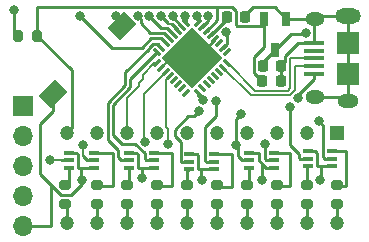
<source format=gbr>
%TF.GenerationSoftware,KiCad,Pcbnew,7.0.9*%
%TF.CreationDate,2024-08-09T11:55:52-06:00*%
%TF.ProjectId,SWAG_BAR_LED_ARM,53574147-5f42-4415-925f-4c45445f4152,rev?*%
%TF.SameCoordinates,Original*%
%TF.FileFunction,Copper,L1,Top*%
%TF.FilePolarity,Positive*%
%FSLAX46Y46*%
G04 Gerber Fmt 4.6, Leading zero omitted, Abs format (unit mm)*
G04 Created by KiCad (PCBNEW 7.0.9) date 2024-08-09 11:55:52*
%MOMM*%
%LPD*%
G01*
G04 APERTURE LIST*
G04 Aperture macros list*
%AMRoundRect*
0 Rectangle with rounded corners*
0 $1 Rounding radius*
0 $2 $3 $4 $5 $6 $7 $8 $9 X,Y pos of 4 corners*
0 Add a 4 corners polygon primitive as box body*
4,1,4,$2,$3,$4,$5,$6,$7,$8,$9,$2,$3,0*
0 Add four circle primitives for the rounded corners*
1,1,$1+$1,$2,$3*
1,1,$1+$1,$4,$5*
1,1,$1+$1,$6,$7*
1,1,$1+$1,$8,$9*
0 Add four rect primitives between the rounded corners*
20,1,$1+$1,$2,$3,$4,$5,0*
20,1,$1+$1,$4,$5,$6,$7,0*
20,1,$1+$1,$6,$7,$8,$9,0*
20,1,$1+$1,$8,$9,$2,$3,0*%
%AMRotRect*
0 Rectangle, with rotation*
0 The origin of the aperture is its center*
0 $1 length*
0 $2 width*
0 $3 Rotation angle, in degrees counterclockwise*
0 Add horizontal line*
21,1,$1,$2,0,0,$3*%
G04 Aperture macros list end*
%TA.AperFunction,SMDPad,CuDef*%
%ADD10RoundRect,0.225000X-0.225000X-0.250000X0.225000X-0.250000X0.225000X0.250000X-0.225000X0.250000X0*%
%TD*%
%TA.AperFunction,SMDPad,CuDef*%
%ADD11RoundRect,0.200000X0.200000X0.275000X-0.200000X0.275000X-0.200000X-0.275000X0.200000X-0.275000X0*%
%TD*%
%TA.AperFunction,SMDPad,CuDef*%
%ADD12R,1.750000X0.450000*%
%TD*%
%TA.AperFunction,ComponentPad*%
%ADD13O,1.800000X1.150000*%
%TD*%
%TA.AperFunction,ComponentPad*%
%ADD14O,1.600000X1.200000*%
%TD*%
%TA.AperFunction,SMDPad,CuDef*%
%ADD15R,1.900000X1.900000*%
%TD*%
%TA.AperFunction,ComponentPad*%
%ADD16O,2.200000X1.300000*%
%TD*%
%TA.AperFunction,SMDPad,CuDef*%
%ADD17R,0.838200X0.355600*%
%TD*%
%TA.AperFunction,SMDPad,CuDef*%
%ADD18RoundRect,0.200000X0.275000X-0.200000X0.275000X0.200000X-0.275000X0.200000X-0.275000X-0.200000X0*%
%TD*%
%TA.AperFunction,SMDPad,CuDef*%
%ADD19RoundRect,0.062500X-0.282843X0.194454X0.194454X-0.282843X0.282843X-0.194454X-0.194454X0.282843X0*%
%TD*%
%TA.AperFunction,SMDPad,CuDef*%
%ADD20RoundRect,0.062500X-0.282843X-0.194454X-0.194454X-0.282843X0.282843X0.194454X0.194454X0.282843X0*%
%TD*%
%TA.AperFunction,SMDPad,CuDef*%
%ADD21RotRect,3.600000X3.600000X315.000000*%
%TD*%
%TA.AperFunction,ComponentPad*%
%ADD22R,1.700000X1.700000*%
%TD*%
%TA.AperFunction,ComponentPad*%
%ADD23O,1.700000X1.700000*%
%TD*%
%TA.AperFunction,SMDPad,CuDef*%
%ADD24RotRect,2.006600X1.498600X225.000000*%
%TD*%
%TA.AperFunction,SMDPad,CuDef*%
%ADD25R,0.650000X1.220000*%
%TD*%
%TA.AperFunction,ComponentPad*%
%ADD26R,1.200000X1.200000*%
%TD*%
%TA.AperFunction,ComponentPad*%
%ADD27C,1.200000*%
%TD*%
%TA.AperFunction,ViaPad*%
%ADD28C,0.800000*%
%TD*%
%TA.AperFunction,Conductor*%
%ADD29C,0.250000*%
%TD*%
%TA.AperFunction,Conductor*%
%ADD30C,0.200000*%
%TD*%
G04 APERTURE END LIST*
D10*
%TO.P,C1,1*%
%TO.N,+5V*%
X98806000Y-94386400D03*
%TO.P,C1,2*%
%TO.N,GND*%
X100356000Y-94386400D03*
%TD*%
D11*
%TO.P,R12,1*%
%TO.N,+3V3*%
X79666600Y-91846400D03*
%TO.P,R12,2*%
%TO.N,/SWCLK*%
X78016600Y-91846400D03*
%TD*%
D12*
%TO.P,J3,1,VBUS*%
%TO.N,+5V*%
X103129000Y-95026000D03*
%TO.P,J3,2,D-*%
%TO.N,/D-*%
X103129000Y-94376000D03*
%TO.P,J3,3,D+*%
%TO.N,/D+*%
X103129000Y-93726000D03*
%TO.P,J3,4,ID*%
%TO.N,unconnected-(J3-ID-Pad4)*%
X103129000Y-93076000D03*
%TO.P,J3,5,GND*%
%TO.N,GND*%
X103129000Y-92426000D03*
D13*
%TO.P,J3,6,Shield*%
X105979000Y-97326000D03*
D14*
X103179000Y-97026000D03*
D15*
X105979000Y-95026000D03*
X105979000Y-92426000D03*
D14*
X103179000Y-90426000D03*
D16*
X105979000Y-90126000D03*
%TD*%
D17*
%TO.P,U9,1,SOURCE1*%
%TO.N,GND*%
X84480400Y-103011999D03*
%TO.P,U9,2,GATE1*%
%TO.N,/Sig_L9*%
X84480400Y-102362000D03*
%TO.P,U9,3,DRAIN2*%
%TO.N,Net-(U9-DRAIN2)*%
X84480400Y-101712001D03*
%TO.P,U9,4,SOURCE2*%
%TO.N,GND*%
X82397600Y-101712001D03*
%TO.P,U9,5,GATE2*%
%TO.N,/Sig_L8*%
X82397600Y-102362000D03*
%TO.P,U9,6,DRAIN1*%
%TO.N,Net-(U9-DRAIN1)*%
X82397600Y-103011999D03*
%TD*%
%TO.P,U4,1,SOURCE1*%
%TO.N,GND*%
X99720400Y-103011999D03*
%TO.P,U4,2,GATE1*%
%TO.N,/Sig_L3*%
X99720400Y-102362000D03*
%TO.P,U4,3,DRAIN2*%
%TO.N,Net-(U4-DRAIN2)*%
X99720400Y-101712001D03*
%TO.P,U4,4,SOURCE2*%
%TO.N,GND*%
X97637600Y-101712001D03*
%TO.P,U4,5,GATE2*%
%TO.N,/Sig_L2*%
X97637600Y-102362000D03*
%TO.P,U4,6,DRAIN1*%
%TO.N,Net-(U4-DRAIN1)*%
X97637600Y-103011999D03*
%TD*%
D18*
%TO.P,R2,1*%
%TO.N,/L6*%
X89789000Y-106108000D03*
%TO.P,R2,2*%
%TO.N,Net-(U10-DRAIN2)*%
X89789000Y-104458000D03*
%TD*%
D10*
%TO.P,C3,1*%
%TO.N,Net-(U5-VDDCORE)*%
X95745000Y-90220800D03*
%TO.P,C3,2*%
%TO.N,GND*%
X97295000Y-90220800D03*
%TD*%
D18*
%TO.P,R7,1*%
%TO.N,/L9*%
X82042000Y-106108000D03*
%TO.P,R7,2*%
%TO.N,Net-(U9-DRAIN1)*%
X82042000Y-104458000D03*
%TD*%
%TO.P,R10,1*%
%TO.N,/L1*%
X102489000Y-106108000D03*
%TO.P,R10,2*%
%TO.N,Net-(U2-DRAIN1)*%
X102489000Y-104458000D03*
%TD*%
D19*
%TO.P,U5,1,PA00*%
%TO.N,/Sig_L0*%
X92316625Y-90705352D03*
%TO.P,U5,2,PA01*%
%TO.N,/Sig_L1*%
X91963072Y-91058905D03*
%TO.P,U5,3,PA02*%
%TO.N,/Sig_L2*%
X91609518Y-91412458D03*
%TO.P,U5,4,PA03*%
%TO.N,/Sig_L3*%
X91255965Y-91766012D03*
%TO.P,U5,5,PA04*%
%TO.N,/Sig_L4*%
X90902412Y-92119565D03*
%TO.P,U5,6,PA05*%
%TO.N,/Sig_L5*%
X90548858Y-92473118D03*
%TO.P,U5,7,PA06*%
%TO.N,/Sig_L6*%
X90195305Y-92826672D03*
%TO.P,U5,8,PA07*%
%TO.N,/Sig_L7*%
X89841752Y-93180225D03*
D20*
%TO.P,U5,9,VDDANA*%
%TO.N,+3V3*%
X89841752Y-94170175D03*
%TO.P,U5,10,GND*%
%TO.N,GND*%
X90195305Y-94523728D03*
%TO.P,U5,11,PA08*%
%TO.N,/Sig_L8*%
X90548858Y-94877282D03*
%TO.P,U5,12,PA09*%
%TO.N,/Sig_L9*%
X90902412Y-95230835D03*
%TO.P,U5,13,PA10*%
%TO.N,unconnected-(U5-PA10-Pad13)*%
X91255965Y-95584388D03*
%TO.P,U5,14,PA11*%
%TO.N,unconnected-(U5-PA11-Pad14)*%
X91609518Y-95937942D03*
%TO.P,U5,15,PA14*%
%TO.N,unconnected-(U5-PA14-Pad15)*%
X91963072Y-96291495D03*
%TO.P,U5,16,PA15*%
%TO.N,unconnected-(U5-PA15-Pad16)*%
X92316625Y-96645048D03*
D19*
%TO.P,U5,17,PA16*%
%TO.N,/SW_1*%
X93306575Y-96645048D03*
%TO.P,U5,18,PA17*%
%TO.N,unconnected-(U5-PA17-Pad18)*%
X93660128Y-96291495D03*
%TO.P,U5,19,PA18*%
%TO.N,unconnected-(U5-PA18-Pad19)*%
X94013682Y-95937942D03*
%TO.P,U5,20,PA19*%
%TO.N,unconnected-(U5-PA19-Pad20)*%
X94367235Y-95584388D03*
%TO.P,U5,21,PA22*%
%TO.N,unconnected-(U5-PA22-Pad21)*%
X94720788Y-95230835D03*
%TO.P,U5,22,PA23*%
%TO.N,unconnected-(U5-PA23-Pad22)*%
X95074342Y-94877282D03*
%TO.P,U5,23,PA24*%
%TO.N,/D-*%
X95427895Y-94523728D03*
%TO.P,U5,24,PA25*%
%TO.N,/D+*%
X95781448Y-94170175D03*
D20*
%TO.P,U5,25,PA27*%
%TO.N,unconnected-(U5-PA27-Pad25)*%
X95781448Y-93180225D03*
%TO.P,U5,26,~{RESET}*%
%TO.N,/RST*%
X95427895Y-92826672D03*
%TO.P,U5,27,PA28*%
%TO.N,unconnected-(U5-PA28-Pad27)*%
X95074342Y-92473118D03*
%TO.P,U5,28,GND*%
%TO.N,GND*%
X94720788Y-92119565D03*
%TO.P,U5,29,VDDCORE*%
%TO.N,Net-(U5-VDDCORE)*%
X94367235Y-91766012D03*
%TO.P,U5,30,VDDIN*%
%TO.N,+3V3*%
X94013682Y-91412458D03*
%TO.P,U5,31,PA30*%
%TO.N,/SWCLK*%
X93660128Y-91058905D03*
%TO.P,U5,32,PA31*%
%TO.N,/SWDIO*%
X93306575Y-90705352D03*
D21*
%TO.P,U5,33,EP*%
%TO.N,GND*%
X92811600Y-93675200D03*
%TD*%
D22*
%TO.P,J1,1,Pin_1*%
%TO.N,/SWDIO*%
X78435200Y-97790000D03*
D23*
%TO.P,J1,2,Pin_2*%
%TO.N,/SWCLK*%
X78435200Y-100330000D03*
%TO.P,J1,3,Pin_3*%
%TO.N,/RST*%
X78435200Y-102870000D03*
%TO.P,J1,4,Pin_4*%
%TO.N,+3V3*%
X78435200Y-105410000D03*
%TO.P,J1,5,Pin_5*%
%TO.N,GND*%
X78435200Y-107950000D03*
%TD*%
D18*
%TO.P,R8,1*%
%TO.N,/L3*%
X97409000Y-106108000D03*
%TO.P,R8,2*%
%TO.N,Net-(U4-DRAIN1)*%
X97409000Y-104458000D03*
%TD*%
%TO.P,R4,1*%
%TO.N,/L5*%
X92329000Y-106108000D03*
%TO.P,R4,2*%
%TO.N,Net-(U8-DRAIN1)*%
X92329000Y-104458000D03*
%TD*%
%TO.P,R11,1*%
%TO.N,/L8*%
X84709000Y-106108000D03*
%TO.P,R11,2*%
%TO.N,Net-(U9-DRAIN2)*%
X84709000Y-104458000D03*
%TD*%
%TO.P,R9,1*%
%TO.N,/L0*%
X105029000Y-106108000D03*
%TO.P,R9,2*%
%TO.N,Net-(U2-DRAIN2)*%
X105029000Y-104458000D03*
%TD*%
D24*
%TO.P,SW1,1,1*%
%TO.N,/SW_1*%
X86820737Y-90979263D03*
%TO.P,SW1,2,2*%
%TO.N,GND*%
X81022463Y-96777537D03*
%TD*%
D17*
%TO.P,U2,1,SOURCE1*%
%TO.N,GND*%
X104673400Y-102884999D03*
%TO.P,U2,2,GATE1*%
%TO.N,/Sig_L1*%
X104673400Y-102235000D03*
%TO.P,U2,3,DRAIN2*%
%TO.N,Net-(U2-DRAIN2)*%
X104673400Y-101585001D03*
%TO.P,U2,4,SOURCE2*%
%TO.N,GND*%
X102590600Y-101585001D03*
%TO.P,U2,5,GATE2*%
%TO.N,/Sig_L0*%
X102590600Y-102235000D03*
%TO.P,U2,6,DRAIN1*%
%TO.N,Net-(U2-DRAIN1)*%
X102590600Y-102884999D03*
%TD*%
%TO.P,U10,1,SOURCE1*%
%TO.N,GND*%
X89560400Y-103011999D03*
%TO.P,U10,2,GATE1*%
%TO.N,/Sig_L7*%
X89560400Y-102362000D03*
%TO.P,U10,3,DRAIN2*%
%TO.N,Net-(U10-DRAIN2)*%
X89560400Y-101712001D03*
%TO.P,U10,4,SOURCE2*%
%TO.N,GND*%
X87477600Y-101712001D03*
%TO.P,U10,5,GATE2*%
%TO.N,/Sig_L6*%
X87477600Y-102362000D03*
%TO.P,U10,6,DRAIN1*%
%TO.N,Net-(U10-DRAIN1)*%
X87477600Y-103011999D03*
%TD*%
D10*
%TO.P,C2,1*%
%TO.N,+3V3*%
X98742200Y-95656400D03*
%TO.P,C2,2*%
%TO.N,GND*%
X100292200Y-95656400D03*
%TD*%
D18*
%TO.P,R5,1*%
%TO.N,/L4*%
X94869000Y-106108000D03*
%TO.P,R5,2*%
%TO.N,Net-(U8-DRAIN2)*%
X94869000Y-104458000D03*
%TD*%
%TO.P,R6,1*%
%TO.N,/L7*%
X87249000Y-106108000D03*
%TO.P,R6,2*%
%TO.N,Net-(U10-DRAIN1)*%
X87249000Y-104458000D03*
%TD*%
D25*
%TO.P,U1,1,GND*%
%TO.N,GND*%
X100772000Y-90384000D03*
%TO.P,U1,2,VO*%
%TO.N,+3V3*%
X98872000Y-90384000D03*
%TO.P,U1,3,VI*%
%TO.N,+5V*%
X99822000Y-93004000D03*
%TD*%
D18*
%TO.P,R3,1*%
%TO.N,/L2*%
X99949000Y-106108000D03*
%TO.P,R3,2*%
%TO.N,Net-(U4-DRAIN2)*%
X99949000Y-104458000D03*
%TD*%
D17*
%TO.P,U8,1,SOURCE1*%
%TO.N,GND*%
X94640400Y-103138999D03*
%TO.P,U8,2,GATE1*%
%TO.N,/Sig_L5*%
X94640400Y-102489000D03*
%TO.P,U8,3,DRAIN2*%
%TO.N,Net-(U8-DRAIN2)*%
X94640400Y-101839001D03*
%TO.P,U8,4,SOURCE2*%
%TO.N,GND*%
X92557600Y-101839001D03*
%TO.P,U8,5,GATE2*%
%TO.N,/Sig_L4*%
X92557600Y-102489000D03*
%TO.P,U8,6,DRAIN1*%
%TO.N,Net-(U8-DRAIN1)*%
X92557600Y-103138999D03*
%TD*%
D26*
%TO.P,BAR1,1,A*%
%TO.N,+3V3*%
X105048500Y-100056500D03*
D27*
%TO.P,BAR1,2,A*%
X102508500Y-100056500D03*
%TO.P,BAR1,3,A*%
X99968500Y-100056500D03*
%TO.P,BAR1,4,A*%
X97428500Y-100056500D03*
%TO.P,BAR1,5,A*%
X94888500Y-100056500D03*
%TO.P,BAR1,6,A*%
X92348500Y-100056500D03*
%TO.P,BAR1,7,A*%
X89808500Y-100056500D03*
%TO.P,BAR1,8,A*%
X87268500Y-100056500D03*
%TO.P,BAR1,9,A*%
X84728500Y-100056500D03*
%TO.P,BAR1,10,A*%
X82188500Y-100056500D03*
%TO.P,BAR1,11,K*%
%TO.N,/L9*%
X82188500Y-107676500D03*
%TO.P,BAR1,12,K*%
%TO.N,/L8*%
X84728500Y-107676500D03*
%TO.P,BAR1,13,K*%
%TO.N,/L7*%
X87268500Y-107676500D03*
%TO.P,BAR1,14,K*%
%TO.N,/L6*%
X89808500Y-107676500D03*
%TO.P,BAR1,15,K*%
%TO.N,/L5*%
X92348500Y-107676500D03*
%TO.P,BAR1,16,K*%
%TO.N,/L4*%
X94888500Y-107676500D03*
%TO.P,BAR1,17,K*%
%TO.N,/L3*%
X97428500Y-107676500D03*
%TO.P,BAR1,18,K*%
%TO.N,/L2*%
X99968500Y-107676500D03*
%TO.P,BAR1,19,K*%
%TO.N,/L1*%
X102508500Y-107676500D03*
%TO.P,BAR1,20,K*%
%TO.N,/L0*%
X105048500Y-107676500D03*
%TD*%
D28*
%TO.N,/Sig_L9*%
X90728800Y-100987501D03*
X83515200Y-101092000D03*
%TO.N,/Sig_L8*%
X80782949Y-102359649D03*
X88803124Y-100780607D03*
%TO.N,/Sig_L5*%
X83341586Y-90132500D03*
%TO.N,/Sig_L4*%
X88188800Y-90119200D03*
%TO.N,/SWCLK*%
X77673200Y-89662000D03*
%TO.N,+5V*%
X101784553Y-97135995D03*
X102404500Y-91601498D03*
%TO.N,/SWDIO*%
X93170397Y-90132500D03*
%TO.N,/SWCLK*%
X94169900Y-90132500D03*
%TO.N,GND*%
X88519000Y-103886000D03*
X92811600Y-93675200D03*
X83439000Y-104013000D03*
X103632000Y-104013000D03*
X98679000Y-104013000D03*
X93599000Y-104013000D03*
%TO.N,/RST*%
X95632674Y-91525171D03*
%TO.N,/Sig_L1*%
X103505000Y-99060000D03*
X91171391Y-90132500D03*
%TO.N,/Sig_L0*%
X92170894Y-90132500D03*
X101087601Y-97852418D03*
%TO.N,/SW_1*%
X93675200Y-97282000D03*
X86309200Y-90132000D03*
%TO.N,/Sig_L2*%
X90171888Y-90132500D03*
X96520000Y-101092000D03*
X96926400Y-98450400D03*
%TO.N,/Sig_L3*%
X89172385Y-90132500D03*
X98990102Y-101021797D03*
%TO.N,/Sig_L4*%
X93364044Y-98231352D03*
%TO.N,/Sig_L5*%
X94792800Y-97383600D03*
%TD*%
D29*
%TO.N,+5V*%
X101132000Y-91694000D02*
X99822000Y-93004000D01*
X102311998Y-91694000D02*
X101132000Y-91694000D01*
X102404500Y-91601498D02*
X102311998Y-91694000D01*
%TO.N,/Sig_L2*%
X96503500Y-101075500D02*
X96520000Y-101092000D01*
X96926400Y-98450400D02*
X96503500Y-98873300D01*
X96503500Y-98873300D02*
X96503500Y-101075500D01*
%TO.N,/RST*%
X95745909Y-92508658D02*
X95427895Y-92826672D01*
X95745909Y-91638406D02*
X95745909Y-92508658D01*
X95632674Y-91525171D02*
X95745909Y-91638406D01*
%TO.N,/Sig_L4*%
X88447385Y-90377785D02*
X88188800Y-90119200D01*
X89268080Y-91608658D02*
X88447385Y-90787963D01*
X88447385Y-90787963D02*
X88447385Y-90377785D01*
X90391505Y-91608658D02*
X89268080Y-91608658D01*
X90902412Y-92119565D02*
X90391505Y-91608658D01*
%TO.N,+3V3*%
X82586738Y-99658262D02*
X82188500Y-100056500D01*
X82586738Y-94766538D02*
X82586738Y-99658262D01*
X79666600Y-91846400D02*
X82586738Y-94766538D01*
%TO.N,/Sig_L4*%
X91888500Y-102489000D02*
X92557600Y-102489000D01*
X91813989Y-102414489D02*
X91888500Y-102489000D01*
X91313000Y-99784543D02*
X91313000Y-100330000D01*
X91313000Y-100330000D02*
X91813989Y-100830989D01*
X92456000Y-98641543D02*
X91313000Y-99784543D01*
X92953853Y-98641543D02*
X92456000Y-98641543D01*
X93364044Y-98231352D02*
X92953853Y-98641543D01*
X91813989Y-100830989D02*
X91813989Y-102414489D01*
D30*
%TO.N,/Sig_L9*%
X83590731Y-101167531D02*
X83590731Y-102045887D01*
X83515200Y-101092000D02*
X83590731Y-101167531D01*
X90728800Y-99704007D02*
X90728800Y-100987501D01*
X90609398Y-99584605D02*
X90728800Y-99704007D01*
X90609398Y-95523849D02*
X90609398Y-99584605D01*
%TO.N,/Sig_L8*%
X82395249Y-102359649D02*
X82397600Y-102362000D01*
X80782949Y-102359649D02*
X82395249Y-102359649D01*
D29*
%TO.N,GND*%
X79908400Y-103541183D02*
X80814469Y-104447252D01*
X81022463Y-96777537D02*
X81022463Y-98174537D01*
X81022463Y-98174537D02*
X79908400Y-99288600D01*
X79908400Y-99288600D02*
X79908400Y-103541183D01*
D30*
%TO.N,/Sig_L8*%
X88696800Y-100787200D02*
X88703393Y-100780607D01*
X88703393Y-100780607D02*
X88803124Y-100780607D01*
X88696800Y-96729340D02*
X88696800Y-100787200D01*
X90548858Y-94877282D02*
X88696800Y-96729340D01*
D29*
%TO.N,/Sig_L5*%
X86038359Y-92829273D02*
X83341586Y-90132500D01*
X88531002Y-92829273D02*
X86038359Y-92829273D01*
D30*
%TO.N,+3V3*%
X88296500Y-96074936D02*
X87268500Y-97102936D01*
X87268500Y-97102936D02*
X87268500Y-100056500D01*
X88296500Y-95807888D02*
X88296500Y-96074936D01*
D29*
%TO.N,/Sig_L7*%
X88891300Y-102362000D02*
X89560400Y-102362000D01*
X88773000Y-102243700D02*
X88891300Y-102362000D01*
X88773000Y-101775082D02*
X88773000Y-102243700D01*
X86103500Y-100228400D02*
X86856600Y-100981500D01*
X86103500Y-97666896D02*
X86103500Y-100228400D01*
X87572000Y-96198396D02*
X86103500Y-97666896D01*
X87572000Y-95449978D02*
X87572000Y-96198396D01*
X86856600Y-100981500D02*
X87979418Y-100981500D01*
X87979418Y-100981500D02*
X88773000Y-101775082D01*
X89841752Y-93180225D02*
X87572000Y-95449978D01*
%TO.N,/Sig_L6*%
X86808500Y-102362000D02*
X87477600Y-102362000D01*
X86556000Y-102108540D02*
X86555520Y-102109020D01*
X86556000Y-101542000D02*
X86556000Y-102108540D01*
X85653500Y-100639500D02*
X86556000Y-101542000D01*
X87122000Y-96012000D02*
X85653500Y-97480500D01*
X87122000Y-94894400D02*
X87122000Y-96012000D01*
X89103200Y-92893471D02*
X89103200Y-92913200D01*
X86555520Y-102109020D02*
X86808500Y-102362000D01*
X89103200Y-92913200D02*
X87122000Y-94894400D01*
X89488013Y-92508658D02*
X89103200Y-92893471D01*
X89877291Y-92508658D02*
X89488013Y-92508658D01*
X90195305Y-92826672D02*
X89877291Y-92508658D01*
X85653500Y-97480500D02*
X85653500Y-100639500D01*
%TO.N,/SW_1*%
X86820737Y-90643537D02*
X86309200Y-90132000D01*
X86820737Y-90979263D02*
X86820737Y-90643537D01*
%TO.N,/SWCLK*%
X77673200Y-91440000D02*
X77673200Y-89662000D01*
X78016600Y-91783400D02*
X77673200Y-91440000D01*
X78016600Y-91846400D02*
X78016600Y-91783400D01*
%TO.N,+3V3*%
X79666600Y-89420200D02*
X79666600Y-91846400D01*
X79654400Y-89408000D02*
X79666600Y-89420200D01*
X94894400Y-89408000D02*
X79654400Y-89408000D01*
%TO.N,GND*%
X103129000Y-92426000D02*
X103129000Y-90476000D01*
X103129000Y-90476000D02*
X103179000Y-90426000D01*
X80822800Y-107950000D02*
X78435200Y-107950000D01*
X80814469Y-107941669D02*
X80822800Y-107950000D01*
X80814469Y-104447252D02*
X80814469Y-107941669D01*
%TO.N,+5V*%
X98806000Y-94020000D02*
X99822000Y-93004000D01*
X103129000Y-95026000D02*
X102967000Y-95026000D01*
X101784553Y-96843447D02*
X101784553Y-97135995D01*
X98806000Y-94386400D02*
X98806000Y-94020000D01*
X103129000Y-95499000D02*
X101784553Y-96843447D01*
X103129000Y-95026000D02*
X103129000Y-95499000D01*
%TO.N,Net-(U5-VDDCORE)*%
X94367235Y-91766012D02*
X95745000Y-90388247D01*
X95745000Y-90388247D02*
X95745000Y-90220800D01*
%TO.N,/SWDIO*%
X93306575Y-90268678D02*
X93170397Y-90132500D01*
X93306575Y-90705352D02*
X93306575Y-90268678D01*
%TO.N,/SWCLK*%
X94169900Y-90549133D02*
X94169900Y-90132500D01*
X93660128Y-91058905D02*
X94169900Y-90549133D01*
%TO.N,GND*%
X80814469Y-104447252D02*
X81650217Y-105283000D01*
X83141211Y-101859689D02*
X82993523Y-101712001D01*
X99720400Y-103011999D02*
X99051300Y-103011999D01*
X93301211Y-101913512D02*
X93301211Y-103124000D01*
X83424001Y-103011999D02*
X83424001Y-103998001D01*
X99051300Y-103011999D02*
X98730651Y-102691349D01*
X89560400Y-103011999D02*
X88533999Y-103011999D01*
X97295000Y-90055400D02*
X97942400Y-89408000D01*
X105979000Y-95026000D02*
X105979000Y-97326000D01*
X93584001Y-103138999D02*
X93584001Y-103998001D01*
X105679000Y-97026000D02*
X105979000Y-97326000D01*
X93165153Y-93675200D02*
X92811600Y-93675200D01*
X103186523Y-101585001D02*
X102590600Y-101585001D01*
X100814000Y-90426000D02*
X100772000Y-90384000D01*
X81650217Y-105283000D02*
X82550000Y-105283000D01*
X98410001Y-101712001D02*
X97637600Y-101712001D01*
X88533999Y-103011999D02*
X88533999Y-103871001D01*
D30*
X90195305Y-94523728D02*
X91043833Y-93675200D01*
D29*
X103479000Y-90126000D02*
X103179000Y-90426000D01*
X103744001Y-102884999D02*
X103392999Y-102884999D01*
X93584001Y-103998001D02*
X93599000Y-104013000D01*
X88533999Y-103011999D02*
X88236210Y-103011999D01*
X97942400Y-89408000D02*
X99796000Y-89408000D01*
X105979000Y-92426000D02*
X105979000Y-95026000D01*
X93584001Y-103138999D02*
X94640400Y-103138999D01*
X93301211Y-103124000D02*
X93316210Y-103138999D01*
X103179000Y-97026000D02*
X105679000Y-97026000D01*
X103179000Y-90426000D02*
X100814000Y-90426000D01*
X98730651Y-102691349D02*
X98730651Y-103961349D01*
D30*
X91043833Y-93675200D02*
X92811600Y-93675200D01*
D29*
X94720788Y-92119565D02*
X93165153Y-93675200D01*
X104673400Y-102884999D02*
X103744001Y-102884999D01*
X88073523Y-101712001D02*
X87477600Y-101712001D01*
X100292200Y-95656400D02*
X100292200Y-94450200D01*
D30*
X90195305Y-94523728D02*
X90089241Y-94523728D01*
D29*
X98425000Y-102385699D02*
X98425000Y-101727000D01*
X100292200Y-94450200D02*
X100356000Y-94386400D01*
X97295000Y-90373200D02*
X97295000Y-90055400D01*
X100667000Y-94075400D02*
X100667000Y-93549959D01*
X88221211Y-102997000D02*
X88221211Y-101859689D01*
X100356000Y-94386400D02*
X100667000Y-94075400D01*
X83439000Y-104394000D02*
X83439000Y-104013000D01*
X92557600Y-101839001D02*
X93226700Y-101839001D01*
X83156210Y-103011999D02*
X83141211Y-102997000D01*
X88533999Y-103871001D02*
X88519000Y-103886000D01*
X84480400Y-103011999D02*
X83424001Y-103011999D01*
X98730651Y-103961349D02*
X98679000Y-104013000D01*
X83424001Y-103011999D02*
X83156210Y-103011999D01*
X100667000Y-93549959D02*
X101790959Y-92426000D01*
X82993523Y-101712001D02*
X82397600Y-101712001D01*
X103378000Y-101776478D02*
X103186523Y-101585001D01*
X105979000Y-90126000D02*
X105979000Y-92426000D01*
X83424001Y-103998001D02*
X83439000Y-104013000D01*
X103744001Y-103900999D02*
X103632000Y-104013000D01*
X101790959Y-92426000D02*
X103129000Y-92426000D01*
X103392999Y-102884999D02*
X103378000Y-102870000D01*
X83141211Y-102997000D02*
X83141211Y-101859689D01*
X88221211Y-101859689D02*
X88073523Y-101712001D01*
X98425000Y-101727000D02*
X98410001Y-101712001D01*
X103744001Y-102884999D02*
X103744001Y-103900999D01*
X82550000Y-105283000D02*
X83439000Y-104394000D01*
X88236210Y-103011999D02*
X88221211Y-102997000D01*
X98730651Y-102691349D02*
X98425000Y-102385699D01*
X105979000Y-90126000D02*
X103479000Y-90126000D01*
X93316210Y-103138999D02*
X93584001Y-103138999D01*
X99796000Y-89408000D02*
X100772000Y-90384000D01*
X103378000Y-102870000D02*
X103378000Y-101776478D01*
X93226700Y-101839001D02*
X93301211Y-101913512D01*
%TO.N,/L9*%
X82188500Y-106254500D02*
X82042000Y-106108000D01*
X82188500Y-107676500D02*
X82188500Y-106254500D01*
%TO.N,/L8*%
X84709000Y-107657000D02*
X84728500Y-107676500D01*
X84709000Y-106108000D02*
X84709000Y-107657000D01*
%TO.N,/L7*%
X87249000Y-107657000D02*
X87268500Y-107676500D01*
X87249000Y-106108000D02*
X87249000Y-107657000D01*
%TO.N,/L6*%
X89789000Y-106108000D02*
X89789000Y-107657000D01*
X89789000Y-107657000D02*
X89808500Y-107676500D01*
%TO.N,/L5*%
X92329000Y-106108000D02*
X92329000Y-107657000D01*
X92329000Y-107657000D02*
X92348500Y-107676500D01*
D30*
%TO.N,+3V3*%
X89841752Y-94170175D02*
X89573425Y-94170175D01*
D29*
X96608800Y-91020800D02*
X98834000Y-91020800D01*
X98031000Y-93637400D02*
X98872000Y-92796400D01*
X97428500Y-100056500D02*
X97790000Y-99695000D01*
X98834000Y-91020800D02*
X98872000Y-90982800D01*
X96191252Y-89408000D02*
X96520000Y-89736748D01*
X98845000Y-90411000D02*
X98872000Y-90384000D01*
D30*
X89573425Y-94170175D02*
X88595200Y-95148400D01*
D29*
X98742200Y-95656400D02*
X98031000Y-94945200D01*
D30*
X88595200Y-95148400D02*
X88595200Y-95509188D01*
D29*
X96520000Y-90932000D02*
X96608800Y-91020800D01*
X98872000Y-92796400D02*
X98872000Y-91389200D01*
D30*
X88595200Y-95509188D02*
X88296500Y-95807888D01*
D29*
X94013682Y-91412458D02*
X94894400Y-90531740D01*
X98872000Y-91389200D02*
X98872000Y-90384000D01*
X96520000Y-89736748D02*
X96520000Y-90932000D01*
X98031000Y-94945200D02*
X98031000Y-93637400D01*
X94894400Y-89408000D02*
X96191252Y-89408000D01*
X94894400Y-90531740D02*
X94894400Y-89408000D01*
D30*
%TO.N,/D-*%
X97779767Y-96875600D02*
X95427895Y-94523728D01*
X101048086Y-96875600D02*
X97779767Y-96875600D01*
X103129000Y-94376000D02*
X101516400Y-94376000D01*
X101516400Y-94376000D02*
X101506000Y-94386400D01*
X101506000Y-96417685D02*
X101048086Y-96875600D01*
X101506000Y-94386400D02*
X101506000Y-96417685D01*
D29*
%TO.N,/L4*%
X94869000Y-106108000D02*
X94869000Y-107657000D01*
X94869000Y-107657000D02*
X94888500Y-107676500D01*
%TO.N,/L3*%
X97409000Y-107657000D02*
X97428500Y-107676500D01*
X97409000Y-106108000D02*
X97409000Y-107657000D01*
%TO.N,/L2*%
X99949000Y-107657000D02*
X99968500Y-107676500D01*
X99949000Y-106108000D02*
X99949000Y-107657000D01*
%TO.N,/L1*%
X102489000Y-106108000D02*
X102489000Y-107657000D01*
X102489000Y-107657000D02*
X102508500Y-107676500D01*
%TO.N,/L0*%
X105029000Y-107657000D02*
X105048500Y-107676500D01*
X105029000Y-106108000D02*
X105029000Y-107657000D01*
D30*
%TO.N,/D+*%
X101092000Y-93726000D02*
X103129000Y-93726000D01*
X95781448Y-94170175D02*
X95795775Y-94170175D01*
X98094800Y-96469200D02*
X100888800Y-96469200D01*
X95795775Y-94170175D02*
X98094800Y-96469200D01*
X101106000Y-96252000D02*
X101106000Y-93740000D01*
X101106000Y-93740000D02*
X101092000Y-93726000D01*
X100888800Y-96469200D02*
X101106000Y-96252000D01*
D29*
%TO.N,Net-(U10-DRAIN2)*%
X91059000Y-101727000D02*
X91059000Y-104521000D01*
X89560400Y-101712001D02*
X91044001Y-101712001D01*
X89852000Y-104521000D02*
X89789000Y-104458000D01*
X91044001Y-101712001D02*
X91059000Y-101727000D01*
X91059000Y-104521000D02*
X89852000Y-104521000D01*
%TO.N,Net-(U4-DRAIN2)*%
X101092000Y-101727000D02*
X101092000Y-104521000D01*
X101077001Y-101712001D02*
X101092000Y-101727000D01*
X100012000Y-104521000D02*
X99949000Y-104458000D01*
X101092000Y-104521000D02*
X100012000Y-104521000D01*
X99720400Y-101712001D02*
X101077001Y-101712001D01*
%TO.N,Net-(U8-DRAIN1)*%
X92329000Y-104458000D02*
X92329000Y-103367599D01*
X92329000Y-103367599D02*
X92557600Y-103138999D01*
%TO.N,Net-(U8-DRAIN2)*%
X94640400Y-101839001D02*
X96124001Y-101839001D01*
X96139000Y-101854000D02*
X96139000Y-104648000D01*
X96139000Y-104648000D02*
X95059000Y-104648000D01*
X96124001Y-101839001D02*
X96139000Y-101854000D01*
X95059000Y-104648000D02*
X94869000Y-104458000D01*
%TO.N,Net-(U10-DRAIN1)*%
X87477600Y-104229400D02*
X87249000Y-104458000D01*
X87477600Y-103011999D02*
X87477600Y-104229400D01*
%TO.N,Net-(U9-DRAIN1)*%
X82397600Y-103011999D02*
X82397600Y-104102400D01*
X82397600Y-104102400D02*
X82042000Y-104458000D01*
%TO.N,Net-(U4-DRAIN1)*%
X97637600Y-103011999D02*
X97637600Y-104229400D01*
X97637600Y-104229400D02*
X97409000Y-104458000D01*
%TO.N,Net-(U2-DRAIN2)*%
X105092000Y-104521000D02*
X105029000Y-104458000D01*
X105791000Y-101600000D02*
X105791000Y-104521000D01*
X105791000Y-104521000D02*
X105092000Y-104521000D01*
X105776001Y-101585001D02*
X105791000Y-101600000D01*
X104673400Y-101585001D02*
X105776001Y-101585001D01*
%TO.N,/Sig_L1*%
X91171391Y-90267224D02*
X91171391Y-90132500D01*
X91963072Y-91058905D02*
X91171391Y-90267224D01*
X104673400Y-102235000D02*
X104004300Y-102235000D01*
X103886000Y-102116700D02*
X103886000Y-99441000D01*
X103886000Y-99441000D02*
X103505000Y-99060000D01*
X104004300Y-102235000D02*
X103886000Y-102116700D01*
%TO.N,/Sig_L0*%
X101921500Y-102235000D02*
X101854000Y-102167500D01*
X101854000Y-102167500D02*
X101854000Y-101981000D01*
X101087601Y-101086883D02*
X101473359Y-101472641D01*
X92316625Y-90705352D02*
X92316625Y-90278231D01*
X101854000Y-101981000D02*
X101854000Y-101854000D01*
X101854000Y-101854000D02*
X101473000Y-101473000D01*
X92316625Y-90278231D02*
X92170894Y-90132500D01*
X102590600Y-102235000D02*
X101921500Y-102235000D01*
X101087601Y-97852418D02*
X101087601Y-101086883D01*
%TO.N,Net-(U2-DRAIN1)*%
X102489000Y-104458000D02*
X102489000Y-102986599D01*
X102489000Y-102986599D02*
X102590600Y-102884999D01*
%TO.N,/Sig_L8*%
X82397600Y-102362000D02*
X81728500Y-102362000D01*
D30*
%TO.N,/SW_1*%
X93306575Y-96913375D02*
X93675200Y-97282000D01*
X93306575Y-96645048D02*
X93306575Y-96913375D01*
%TO.N,/Sig_L9*%
X90902412Y-95230835D02*
X90609398Y-95523849D01*
D29*
X83906844Y-102362000D02*
X84480400Y-102362000D01*
X83590731Y-102045887D02*
X83906844Y-102362000D01*
%TO.N,Net-(U9-DRAIN2)*%
X84480400Y-101712001D02*
X86091001Y-101712001D01*
X86106000Y-101727000D02*
X86106000Y-104521000D01*
X84772000Y-104521000D02*
X84709000Y-104458000D01*
X86106000Y-104521000D02*
X84772000Y-104521000D01*
X86091001Y-101712001D02*
X86106000Y-101727000D01*
%TO.N,/Sig_L2*%
X97637600Y-102362000D02*
X97041677Y-102362000D01*
X91125269Y-90857500D02*
X91609518Y-91341749D01*
X96647000Y-101219000D02*
X96520000Y-101092000D01*
X96647000Y-101967323D02*
X96647000Y-101219000D01*
D30*
X90983849Y-90857500D02*
X90948494Y-90857500D01*
D29*
X91125269Y-90857500D02*
X90983849Y-90857500D01*
X90171888Y-90132500D02*
X90171888Y-90158302D01*
X97041677Y-102362000D02*
X96647000Y-101967323D01*
D30*
X90722244Y-90708658D02*
X90757599Y-90708658D01*
D29*
X90171888Y-90158302D02*
X90722244Y-90708658D01*
D30*
X90948494Y-90857500D02*
X90923494Y-90832500D01*
D29*
X91609518Y-91341749D02*
X91609518Y-91412458D01*
D30*
X90757599Y-90708658D02*
X90782599Y-90733658D01*
D29*
%TO.N,/Sig_L3*%
X98990102Y-101021797D02*
X98976789Y-101035110D01*
X90172741Y-91158658D02*
X89172385Y-90158302D01*
X98976789Y-101035110D02*
X98976789Y-102287489D01*
X99051300Y-102362000D02*
X99720400Y-102362000D01*
X89172385Y-90158302D02*
X89172385Y-90132500D01*
X91255965Y-91766012D02*
X90648611Y-91158658D01*
X98976789Y-102287489D02*
X99051300Y-102362000D01*
X89172385Y-90353545D02*
X89172385Y-90132500D01*
X90648611Y-91158658D02*
X90172741Y-91158658D01*
%TO.N,/Sig_L5*%
X93971300Y-102489000D02*
X93853000Y-102370700D01*
X90548858Y-92473118D02*
X90134398Y-92058658D01*
X94807553Y-98613447D02*
X94807553Y-97464320D01*
X88531002Y-92829273D02*
X88531002Y-92849002D01*
X94640400Y-102489000D02*
X93971300Y-102489000D01*
X93853000Y-99568000D02*
X94807553Y-98613447D01*
X90134398Y-92058658D02*
X89301617Y-92058658D01*
X89301617Y-92058658D02*
X88531002Y-92829273D01*
X93853000Y-102370700D02*
X93853000Y-99568000D01*
%TD*%
M02*

</source>
